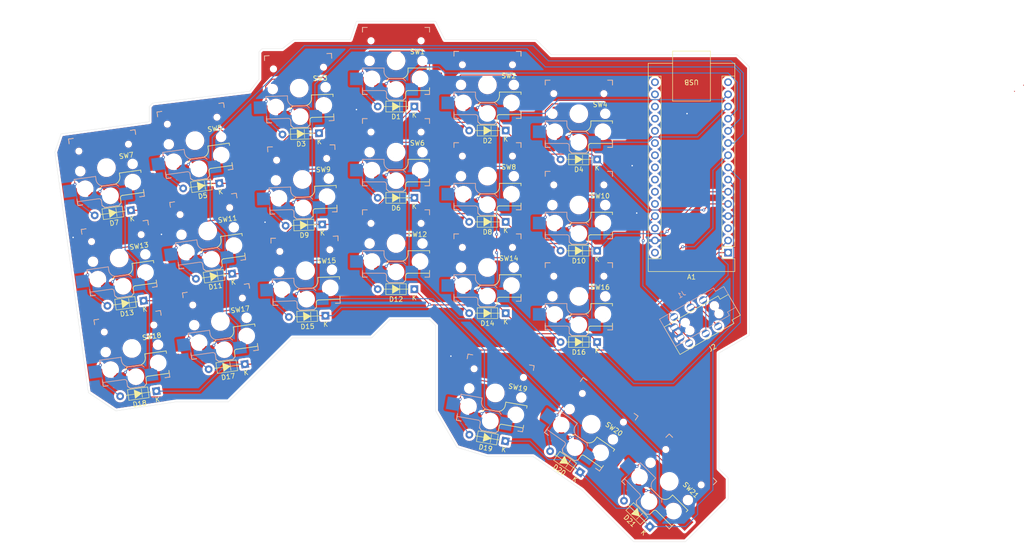
<source format=kicad_pcb>
(kicad_pcb (version 20241229) (generator "pcbnew") (generator_version "9.0")
  (layers (0 "F.Cu" signal) (2 "B.Cu" signal) (13 "F.Paste" user) (15 "B.Paste" user) (5 "F.SilkS" user "F.Silkscreen") (7 "B.SilkS" user "B.Silkscreen") (1 "F.Mask" user) (3 "B.Mask" user) (25 "Edge.Cuts" user))
  (net 0 "")
  (net 2 "TX")
  (net 6 "/Row3")
  (net 7 "/Col5")
  (net 8 "SCL")
  (net 10 "SDA")
  (net 11 "/Col1")
  (net 12 "/Col6")
  (net 14 "/Row2")
  (net 16 "/Col3")
  (net 17 "/Col2")
  (net 20 "/Col4")
  (net 21 "/Row4")
  (net 22 "+5V")
  (net 24 "/Row1")
  (net 25 "RX")
  (net 27 "VBUS")
  (net 28 "VCC")
  (net 29 "GND")
  (net 30 "Net-(D1-A)")
  (net 31 "Net-(D2-A)")
  (net 32 "Net-(D3-A)")
  (net 33 "Net-(D4-A)")
  (net 34 "Net-(D5-A)")
  (net 35 "Net-(D6-A)")
  (net 36 "Net-(D7-A)")
  (net 37 "Net-(D8-A)")
  (net 38 "Net-(D9-A)")
  (net 39 "Net-(D10-A)")
  (net 40 "Net-(D11-A)")
  (net 41 "Net-(D12-A)")
  (net 42 "Net-(D13-A)")
  (net 43 "Net-(D14-A)")
  (net 44 "Net-(D15-A)")
  (net 45 "Net-(D16-A)")
  (net 46 "Net-(D17-A)")
  (net 47 "Net-(D18-A)")
  (net 48 "Net-(D19-A)")
  (net 49 "Net-(D20-A)")
  (net 50 "Net-(D21-A)")
  (footprint "keyswitches:Kailh_socket_PG1350_reversible" (layer "F.Cu") (at 133.349999 68.178947)
    (property "Reference" "SW10")
    (property "Value" "KS33_SW_HS")
  )
  (footprint "PCM_Diode_THT_AKL:D_DO-35_SOD27_P7.62mm_Horizontal" (layer "F.Cu") (at 137.159999 58.653947 180)
    (property "Reference" "D4")
    (property "Value" "1N4148" (hide yes))
  )
  (footprint "PCM_Diode_THT_AKL:D_DO-35_SOD27_P7.62mm_Horizontal" (layer "F.Cu") (at 99.059999 66.675 180)
    (property "Reference" "D6")
    (property "Value" "1N4148" (hide yes))
  )
  (footprint "PCM_Diode_THT_AKL:D_DO-35_SOD27_P7.62mm_Horizontal" (layer "F.Cu") (at 45.290825 107.001102 -172)
    (property "Reference" "D18")
    (property "Value" "1N4148" (hide yes))
  )
  (footprint "PCM_Diode_THT_AKL:D_DO-35_SOD27_P7.62mm_Horizontal" (layer "F.Cu") (at 80.526656 91.261169 -178)
    (property "Reference" "D15")
    (property "Value" "1N4148" (hide yes))
  )
  (footprint "keyswitches:Kailh_socket_PG1350_reversible" (layer "F.Cu") (at 152.188959 125.835329 -45)
    (property "Reference" "SW21")
    (property "Value" "KS33_SW_HS")
  )
  (footprint "keyswitches:Kailh_socket_PG1350_reversible" (layer "F.Cu") (at 133.349999 49.128947)
    (property "Reference" "SW4")
    (property "Value" "KS33_SW_HS")
  )
  (footprint "PCM_Diode_THT_AKL:D_DO-35_SOD27_P7.62mm_Horizontal" (layer "F.Cu") (at 99.059999 85.725 180)
    (property "Reference" "D12")
    (property "Value" "1N4148" (hide yes))
  )
  (footprint "keyswitches:Kailh_socket_PG1350_reversible" (layer "F.Cu") (at 53.335773 54.739966 8)
    (property "Reference" "SW5")
    (property "Value" "KS33_SW_HS")
  )
  (footprint "keyswitches:Kailh_socket_PG1350_reversible" (layer "F.Cu") (at 95.249999 76.2)
    (property "Reference" "SW12")
    (property "Value" "KS33_SW_HS")
  )
  (footprint "keyswitches:Kailh_socket_PG1350_reversible" (layer "F.Cu") (at 95.249999 57.15)
    (property "Reference" "SW6")
    (property "Value" "KS33_SW_HS")
  )
  (footprint "PCM_Diode_THT_AKL:D_DO-35_SOD27_P7.62mm_Horizontal" (layer "F.Cu") (at 118.109999 52.638158 180)
    (property "Reference" "D2")
    (property "Value" "1N4148" (hide yes))
  )
  (footprint "keyswitches:Kailh_socket_PG1350_reversible" (layer "F.Cu") (at 115.931051 107.381442 -10)
    (property "Reference" "SW19")
    (property "Value" "KS33_SW_HS")
  )
  (footprint "PCM_Diode_THT_AKL:D_DO-35_SOD27_P7.62mm_Horizontal" (layer "F.Cu") (at 63.736813 101.371232 -172)
    (property "Reference" "D17")
    (property "Value" "1N4148" (hide yes))
  )
  (footprint "PCM_Diode_THT_AKL:D_DO-35_SOD27_P7.62mm_Horizontal" (layer "F.Cu") (at 79.861821 72.222774 -178)
    (property "Reference" "D9")
    (property "Value" "1N4148" (hide yes))
  )
  (footprint "PCM_Diode_THT_AKL:D_DO-35_SOD27_P7.62mm_Horizontal" (layer "F.Cu") (at 137.159999 96.753947 180)
    (property "Reference" "D16")
    (property "Value" "1N4148" (hide yes))
  )
  (footprint "keyswitches:Kailh_socket_PG1350_reversible" (layer "F.Cu") (at 114.299999 81.213158)
    (property "Reference" "SW14")
    (property "Value" "KS33_SW_HS")
  )
  (footprint "Module:Arduino_Nano" (layer "F.Cu") (at 164.455 78.105 180)
    (property "Reference" "A1")
    (property "Value" "Arduino_Nano_ESP32")
  )
  (footprint "keyswitches:Kailh_socket_PG1350_reversible" (layer "F.Cu") (at 133.349999 87.228947)
    (property "Reference" "SW16")
    (property "Value" "KS33_SW_HS")
  )
  (footprint "keyswitches:Kailh_socket_PG1350_reversible" (layer "F.Cu") (at 58.638268 92.469179 8)
    (property "Reference" "SW17")
    (property "Value" "KS33_SW_HS")
  )
  (footprint "keyswitches:Kailh_socket_PG1350_reversible" (layer "F.Cu") (at 75.721725 62.836544 2)
    (property "Reference" "SW9")
    (property "Value" "KS33_SW_HS")
  )
  (footprint "keyswitches:Kailh_socket_PG1350_reversible" (layer "F.Cu") (at 135.947926 113.918581 -35)
    (property "Reference" "SW20")
    (property "Value" "KS33_SW_HS")
  )
  (footprint "keyswitches:Kailh_socket_PG1350_reversible" (layer "F.Cu") (at 40.19228 98.099049 8)
    (property "Reference" "SW18")
    (property "Value" "KS33_SW_HS")
  )
  (footprint "keyswitches:Kailh_socket_PG1350_reversible" (layer "F.Cu") (at 75.05689 43.798149 2)
    (property "Reference" "SW3")
    (property "Value" "KS33_SW_HS")
  )
  (footprint "PCM_Diode_THT_AKL:D_DO-35_SOD27_P7.62mm_Horizontal" (layer "F.Cu") (at 42.639577 88.136495 -172)
    (property "Reference" "D13")
    (property "Value" "1N4148" (hide yes))
  )
  (footprint "keyswitches:Kailh_socket_PG1350_reversible" (layer "F.Cu") (at 55.987021 73.604572 8)
    (property "Reference" "SW11")
    (property "Value" "KS33_SW_HS")
  )
  (footprint "PJ-320A_Library:PJ-320A" (layer "F.Cu") (at 166.862691 90.898624 -150)
    (property "Reference" "J2")
    (property "Value" "AudioJack4")
  )
  (footprint "PCM_Diode_THT_AKL:D_DO-35_SOD27_P7.62mm_Horizontal" (layer "F.Cu") (at 79.196986 53.184379 -178)
    (property "Reference" "D3")
    (property "Value" "1N4148" (hide yes))
  )
  (footprint "PCM_Diode_THT_AKL:D_DO-35_SOD27_P7.62mm_Horizontal" (layer "F.Cu") (at 99.059999 47.625 180)
    (property "Reference" "D1")
    (property "Value" "1N4148" (hide yes))
  )
  (footprint "PCM_Diode_THT_AKL:D_DO-35_SOD27_P7.62mm_Horizontal" (layer "F.Cu") (at 137.159999 77.703947 180)
    (property "Reference" "D10")
    (property "Value" "1N4148" (hide yes))
  )
  (footprint "PCM_Diode_THT_AKL:D_DO-35_SOD27_P7.62mm_Horizontal" (layer "F.Cu") (at 39.98833 69.271888 -172)
    (property "Reference" "D7")
    (property "Value" "1N4148" (hide yes))
  )
  (footprint "keyswitches:Kailh_socket_PG1350_reversible" (layer "F.Cu") (at 34.889785 60.369835 8)
    (property "Reference" "SW7")
    (property "Value" "KS33_SW_HS")
  )
  (footprint "keyswitches:Kailh_socket_PG1350_reversible" (layer "F.Cu") (at 114.299999 62.163158)
    (property "Reference" "SW8")
    (property "Value" "KS33_SW_HS")
  )
  (footprint "keyswitches:Kailh_socket_PG1350_reversible" (layer "F.Cu") (at 37.541032 79.234442 8)
    (property "Reference" "SW13")
    (property "Value" "KS33_SW_HS")
  )
  (footprint "PCM_Diode_THT_AKL:D_DO-35_SOD27_P7.62mm_Horizontal" (layer "F.Cu") (at 133.60558 123.90633 145)
    (property "Reference" "D20")
    (property "Value" "1N4148" (hide yes))
  )
  (footprint "PCM_Diode_THT_AKL:D_DO-35_SOD27_P7.62mm_Horizontal" (layer "F.Cu") (at 118.109999 71.688158 180)
    (property "Reference" "D8")
    (property "Value" "1N4148" (hide yes))
  )
  (footprint "PCM_Diode_THT_AKL:D_DO-35_SOD27_P7.62mm_Horizontal" (layer "F.Cu") (at 118.029169 117.423335 170)
    (property "Reference" "D19")
    (property "Value" "1N4148" (hide yes))
  )
  (footprint "PCM_Diode_THT_AKL:D_DO-35_SOD27_P7.62mm_Horizontal" (layer "F.Cu") (at 61.085566 82.506625 -172)
    (property "Reference" "D11")
    (property "Value" "1N4148" (hide yes))
  )
  (footprint "PCM_Diode_THT_AKL:D_DO-35_SOD27_P7.62mm_Horizontal" (layer "F.Cu") (at 58.434318 63.642019 -172)
    (property "Reference" "D5")
    (property "Value" "1N4148" (hide yes))
  )
  (footprint "keyswitches:Kailh_socket_PG1350_reversible" (layer "F.Cu") (at 95.249999 38.1)
    (property "Reference" "SW1")
    (property "Value" "KS33_SW_HS")
  )
  (footprint "keyswitches:Kailh_socket_PG1350_reversible" (layer "F.Cu") (at 114.299999 43.113158)
    (property "Reference" "SW2")
    (property "Value" "KS33_SW_HS")
  )
  (footprint "PCM_Diode_THT_AKL:D_DO-35_SOD27_P7.62mm_Horizontal" (layer "F.Cu") (at 148.147844 135.264597 135)
    (property "Reference" "D21")
    (property "Value" "1N4148" (hide yes))
  )
  (footprint "PCM_Diode_THT_AKL:D_DO-35_SOD27_P7.62mm_Horizontal" (layer "F.Cu") (at 118.109999 90.738158 180)
    (property "Reference" "D14")
    (property "Value" "1N4148" (hide yes))
  )
  (footprint "keyswitches:Kailh_socket_PG1350_reversible" (layer "F.Cu") (at 76.38656 81.874939 2)
    (property "Reference" "SW15")
    (property "Value" "KS33_SW_HS")
  )
  (footprint "PJ-320A_Library:PJ-320A" (layer "B.Cu") (at 163.710191 85.438334 -150)
    (property "Reference" "J1")
    (property "Value" "AudioJack4")
  )
  (gr_curve (pts (xy 224.155 44.45) (xy 224.155 44.45) (xy 224.155 44.45) (xy 224.155 44.45)) (stroke (width 0.2)) (layer "F.Cu"))
  (gr_curve (pts (xy 226.06 43.18) (xy 226.06 43.18) (xy 226.06 43.18) (xy 226.06 43.18)) (stroke (width 0.2)) (layer "F.Cu"))
  (gr_line (start 49.53 109.22) (end 36.83 111.125) (stroke (width 0.05)) (layer "Edge.Cuts"))
  (gr_line (start 144.78 138.43) (end 133.985 127.635) (stroke (width 0.05)) (layer "Edge.Cuts"))
  (gr_line (start 86.995 29.845) (end 103.505 29.845) (stroke (width 0.05)) (layer "Edge.Cuts"))
  (gr_line (start 162.56 123.19) (end 162.56 99.06) (stroke (width 0.05)) (layer "Edge.Cuts"))
  (gr_line (start 43.815 50.8) (end 43.815 47.625) (stroke (width 0.05)) (layer "Edge.Cuts"))
  (gr_line (start 164.465 125.095) (end 162.56 123.19) (stroke (width 0.05)) (layer "Edge.Cuts"))
  (gr_line (start 103.505 93.345) (end 102.235 92.075) (stroke (width 0.05)) (layer "Edge.Cuts"))
  (gr_line (start 25.4 53.34) (end 43.815 50.8) (stroke (width 0.05)) (layer "Edge.Cuts"))
  (gr_line (start 164.465 129.54) (end 164.465 125.095) (stroke (width 0.05)) (layer "Edge.Cuts"))
  (gr_line (start 24.13 57.15) (end 25.4 53.34) (stroke (width 0.05)) (layer "Edge.Cuts"))
  (gr_line (start 105.41 33.655) (end 124.46 33.655) (stroke (width 0.05)) (layer "Edge.Cuts"))
  (gr_line (start 67.31 35.56) (end 71.516834 35.56) (stroke (width 0.05)) (layer "Edge.Cuts"))
  (gr_line (start 90.17 95.885) (end 73.66 95.885) (stroke (width 0.05)) (layer "Edge.Cuts"))
  (gr_line (start 85.725 33.655) (end 86.995 29.845) (stroke (width 0.05)) (layer "Edge.Cuts"))
  (gr_line (start 168.91 39.37) (end 168.91 95.352526) (stroke (width 0.05)) (layer "Edge.Cuts"))
  (gr_line (start 124.46 33.655) (end 127.635 36.83) (stroke (width 0.05)) (layer "Edge.Cuts"))
  (gr_line (start 49.53 109.22) (end 60.325 109.22) (stroke (width 0.05)) (layer "Edge.Cuts"))
  (gr_line (start 66.675 41.91) (end 66.675 36.195) (stroke (width 0.05)) (layer "Edge.Cuts"))
  (gr_line (start 103.505 111.125) (end 103.505 93.345) (stroke (width 0.05)) (layer "Edge.Cuts"))
  (gr_line (start 147.955 138.43) (end 144.78 138.43) (stroke (width 0.05)) (layer "Edge.Cuts"))
  (gr_line (start 155.575 138.43) (end 147.955 138.43) (stroke (width 0.05)) (layer "Edge.Cuts"))
  (gr_line (start 133.985 127.635) (end 123.825 120.65) (stroke (width 0.05)) (layer "Edge.Cuts"))
  (gr_line (start 107.95 118.745) (end 103.505 111.125) (stroke (width 0.05)) (layer "Edge.Cuts"))
  (gr_line (start 166.37 36.83) (end 168.91 39.37) (stroke (width 0.05)) (layer "Edge.Cuts"))
  (gr_line (start 114.3 120.65) (end 107.95 118.745) (stroke (width 0.05)) (layer "Edge.Cuts"))
  (gr_line (start 162.56 99.06) (end 168.91 95.352526) (stroke (width 0.05)) (layer "Edge.Cuts"))
  (gr_line (start 43.815 47.625) (end 44.45 46.912893) (stroke (width 0.05)) (layer "Edge.Cuts"))
  (gr_line (start 66.675 36.195) (end 67.31 35.56) (stroke (width 0.05)) (layer "Edge.Cuts"))
  (gr_line (start 102.235 92.075) (end 93.98 92.075) (stroke (width 0.05)) (layer "Edge.Cuts"))
  (gr_line (start 73.66 95.885) (end 60.325 109.22) (stroke (width 0.05)) (layer "Edge.Cuts"))
  (gr_line (start 123.825 120.65) (end 114.3 120.65) (stroke (width 0.05)) (layer "Edge.Cuts"))
  (gr_line (start 164.465 129.54) (end 155.575 138.43) (stroke (width 0.05)) (layer "Edge.Cuts"))
  (gr_line (start 36.83 111.125) (end 31.115 107.315) (stroke (width 0.05)) (layer "Edge.Cuts"))
  (gr_line (start 103.505 29.845) (end 105.41 33.655) (stroke (width 0.05)) (layer "Edge.Cuts"))
  (gr_line (start 71.516834 35.56) (end 73.9775 33.655) (stroke (width 0.05)) (layer "Edge.Cuts"))
  (gr_line (start 31.115 107.315) (end 24.13 57.15) (stroke (width 0.05)) (layer "Edge.Cuts"))
  (gr_line (start 93.98 92.075) (end 90.17 95.885) (stroke (width 0.05)) (layer "Edge.Cuts"))
  (gr_line (start 166.37 36.83) (end 127.635 36.83) (stroke (width 0.05)) (layer "Edge.Cuts"))
  (gr_line (start 64.732647 44.45) (end 66.675 41.91) (stroke (width 0.05)) (layer "Edge.Cuts"))
  (gr_line (start 73.9775 33.655) (end 85.725 33.655) (stroke (width 0.05)) (layer "Edge.Cuts"))
  (gr_line (start 64.732647 44.45) (end 44.45 46.912893) (stroke (width 0.05)) (layer "Edge.Cuts"))
  (segment (start 162.3688 78.105) (end 156.652084 83.821716) (width 0.2) (layer "F.Cu") (net 2))
  (segment (start 164.455 78.105) (end 162.3688 78.105) (width 0.2) (layer "F.Cu") (net 2))
  (segment (start 156.652084 83.821716) (end 156.652084 89.513334) (width 0.2) (layer "F.Cu") (net 2))
  (segment (start 156.652084 89.513334) (end 158.44237 89.513334) (width 0.2) (layer "F.Cu") (net 2))
  (segment (start 158.44237 89.513334) (end 162.40266 93.473624) (width 0.2) (layer "F.Cu") (net 2))
  (segment (start 135.435999 95.029947) (end 137.159999 96.753947) (width 0.2) (layer "F.Cu") (net 6))
  (segment (start 116.385999 89.014158) (end 118.109999 90.738158) (width 0.2) (layer "F.Cu") (net 6))
  (segment (start 102.349157 89.014158) (end 116.385999 89.014158) (width 0.2) (layer "F.Cu") (net 6))
  (segment (start 99.059999 85.725) (end 102.349157 89.014158) (width 0.2) (layer "F.Cu") (net 6))
  (segment (start 122.401788 95.029947) (end 135.435999 95.029947) (width 0.2) (layer "F.Cu") (net 6))
  (segment (start 64.998768 101.371232) (end 75.108831 91.261169) (width 0.2) (layer "F.Cu") (net 6))
  (segment (start 63.736813 101.371232) (end 64.998768 101.371232) (width 0.2) (layer "F.Cu") (net 6))
  (segment (start 118.109999 90.738158) (end 122.401788 95.029947) (width 0.2) (layer "F.Cu") (net 6))
  (segment (start 75.108831 91.261169) (end 80.526656 91.261169) (width 0.2) (layer "F.Cu") (net 6))
  (via (at 102.235 88.9) (size 0.6) (drill 0.3) (layers "F.Cu" "B.Cu") (net 6))
  (segment (start 101.6 89.535) (end 102.235 88.9) (width 0.2) (layer "B.Cu") (net 6))
  (segment (start 82.093831 91.261169) (end 83.82 89.535) (width 0.2) (layer "B.Cu") (net 6))
  (segment (start 153.035 105.41) (end 144.78 105.41) (width 0.2) (layer "B.Cu") (net 6))
  (segment (start 83.82 89.535) (end 101.6 89.535) (width 0.2) (layer "B.Cu") (net 6))
  (segment (start 137.159999 97.789999) (end 137.159999 96.753947) (width 0.2) (layer "B.Cu") (net 6))
  (segment (start 165.556 63.966) (end 165.556 92.889) (width 0.2) (layer "B.Cu") (net 6))
  (segment (start 144.78 105.41) (end 137.159999 97.789999) (width 0.2) (layer "B.Cu") (net 6))
  (segment (start 80.526656 91.261169) (end 82.093831 91.261169) (width 0.2) (layer "B.Cu") (net 6))
  (segment (start 164.455 62.865) (end 165.556 63.966) (width 0.2) (layer "B.Cu") (net 6))
  (segment (start 45.290825 107.001102) (end 54.288898 107.001102) (width 0.2) (layer "B.Cu") (net 6))
  (segment (start 54.288898 107.001102) (end 59.918768 101.371232) (width 0.2) (layer "B.Cu") (net 6))
  (segment (start 59.918768 101.371232) (end 63.736813 101.371232) (width 0.2) (layer "B.Cu") (net 6))
  (segment (start 165.556 92.889) (end 153.035 105.41) (width 0.2) (layer "B.Cu") (net 6))
  (segment (start 116.205 74.295) (end 116.205 78.105) (width 0.2) (layer "F.Cu") (net 7))
  (via (at 112.249789 85.951717) (size 0.6) (drill 0.3) (layers "F.Cu" "B.Cu") (net 7))
  (via (at 112.249789 47.851717) (size 0.6) (drill 0.3) (layers "F.Cu" "B.Cu") (net 7))
  (via (at 116.205 78.105) (size 0.6) (drill 0.3) (layers "F.Cu" "B.Cu") (net 7))
  (via (at 112.249789 66.901717) (size 0.6) (drill 0.3) (layers "F.Cu" "B.Cu") (net 7))
  (via (at 116.205 74.295) (size 0.6) (drill 0.3) (layers "F.Cu" "B.Cu") (net 7))
  (via (at 147.388574 127.736279) (size 0.6) (drill 0.3) (layers "F.Cu" "B.Cu") (net 7))
  (segment (start 117.574999 87.163158) (end 115.723999 85.312158) (width 0.2) (layer "B.Cu") (net 7))
  (segment (start 112.889348 85.312158) (end 112.249789 85.951717) (width 0.2) (layer "B.Cu") (net 7))
  (segment (start 126.216045 49.063158) (end 129.093203 46.186) (width 0.2) (layer "B.Cu") (net 7))
  (segment (start 116.84 49.798157) (end 116.84 67.378159) (width 0.2) (layer "B.Cu") (net 7))
  (segment (start 115.723999 66.262158) (end 112.889348 66.262158) (width 0.2) (layer "B.Cu") (net 7))
  (segment (start 117.574999 49.063158) (end 115.723999 47.212158) (width 0.2) (layer "B.Cu") (net 7))
  (segment (start 129.093203 46.186) (end 163.354 46.186) (width 0.2) (layer "B.Cu") (net 7))
  (segment (start 116.365499 84.670658) (end 115.723999 85.312158) (width 0.2) (layer "B.Cu") (net 7))
  (segment (start 116.365499 78.265499) (end 116.205 78.105) (width 0.2) (layer "B.Cu") (net 7))
  (segment (start 117.574999 68.113158) (end 115.723999 66.262158) (width 0.2) (layer "B.Cu") (net 7))
  (segment (start 150.123459 132.1844) (end 150.297448 132.358389) (width 0.2) (layer "B.Cu") (net 7))
  (segment (start 116.84 67.378159) (end 117.574999 68.113158) (width 0.2) (layer "B.Cu") (net 7))
  (segment (start 116.365499 84.670658) (end 116.365499 78.265499) (width 0.2) (layer "B.Cu") (net 7))
  (segment (start 115.723999 47.212158) (end 112.889348 47.212158) (width 0.2) (layer "B.Cu") (net 7))
  (segment (start 116.205 69.483157) (end 116.205 74.295) (width 0.2) (layer "B.Cu") (net 7))
  (segment (start 150.297448 132.358389) (end 150.297448 129.74068) (width 0.2) (layer "B.Cu") (net 7))
  (segment (start 150.297448 129.74068) (end 148.293047 127.736279) (width 0.2) (layer "B.Cu") (net 7))
  (segment (start 148.293047 127.736279) (end 147.388574 127.736279) (width 0.2) (layer "B.Cu") (net 7))
  (segment (start 112.889348 66.262158) (end 112.249789 66.901717) (width 0.2) (layer "B.Cu") (net 7))
  (segment (start 117.574999 87.163158) (end 150.123459 119.711618) (width 0.2) (layer "B.Cu") (net 7))
  (segment (start 117.574999 49.063158) (end 126.216045 49.063158) (width 0.2) (layer "B.Cu") (net 7))
  (segment (start 150.123459 119.711618) (end 150.123459 132.1844) (width 0.2) (layer "B.Cu") (net 7))
  (segment (start 117.574999 68.113158) (end 116.205 69.483157) (width 0.2) (layer "B.Cu") (net 7))
  (segment (start 112.889348 47.212158) (end 112.249789 47.851717) (width 0.2) (layer "B.Cu") (net 7))
  (segment (start 163.354 46.186) (end 164.455 45.085) (width 0.2) (layer "B.Cu") (net 7))
  (segment (start 117.574999 49.063158) (end 116.84 49.798157) (width 0.2) (layer "B.Cu") (net 7))
  (segment (start 115.723999 85.312158) (end 112.889348 85.312158) (width 0.2) (layer "B.Cu") (net 7))
  (segment (start 89.535 94.615) (end 93.345 90.805) (width 0.2) (layer "F.Cu") (net 11))
  (segment (start 37.777232 104.446936) (end 41.535951 108.205655) (width 0.2) (layer "F.Cu") (net 11))
  (segment (start 151.247 87.513) (end 151.247 80.528) (width 0.2) (layer "F.Cu") (net 11))
  (segment (start 140.335 98.425) (end 151.247 87.513) (width 0.2) (layer "F.Cu") (net 11))
  (segment (start 93.345 90.805) (end 104.14 90.805) (width 0.2) (layer "F.Cu") (net 11))
  (segment (start 104.14 90.805) (end 111.76 98.425) (width 0.2) (layer "F.Cu") (net 11))
  (segment (start 73.66 94.615) (end 89.535 94.615) (width 0.2) (layer "F.Cu") (net 11))
  (segment (start 151.247 80.528) (end 154.94 76.835) (width 0.2) (layer "F.Cu") (net 11))
  (segment (start 60.069345 108.205655) (end 73.66 94.615) (width 0.2) (layer "F.Cu") (net 11))
  (segment (start 41.535951 108.205655) (end 60.069345 108.205655) (width 0.2) (layer "F.Cu") (net 11))
  (segment (start 111.76 98.425) (end 140.335 98.425) (width 0.2) (layer "F.Cu") (net 11))
  (via (at 36.170254 84.21222) (size 0.6) (drill 0.3) (layers "F.Cu" "B.Cu") (net 11))
  (via (at 33.519007 65.347613) (size 0.6) (drill 0.3) (layers "F.Cu" "B.Cu") (net 11))
  (via (at 38.821502 103.076827) (size 0.6) (drill 0.3) (layers "F.Cu" "B.Cu") (net 11))
  (via (at 155.008 76.869601) (size 0.6) (drill 0.3) (layers "F.Cu" "B.Cu") (net 11))
  (segment (start 39.365828 102.354482) (end 38.821502 103.076827) (width 0.2) (layer "B.Cu") (net 11))
  (segment (start 43.814519 100.34998) (end 43.814519 103.086383) (width 0.2) (layer "B.Cu") (net 11))
  (segment (start 38.960993 65.806138) (end 38.783777 65.983354) (width 0.2) (layer "B.Cu") (net 11))
  (segment (start 41.163271 79.898271) (end 41.163271 84.221776) (width 0.2) (layer "B.Cu") (net 11))
  (segment (start 157.445399 76.869601) (end 161.29 73.025) (width 0.2) (layer "B.Cu") (net 11))
  (segment (start 38.783777 77.518777) (end 41.163271 79.898271) (width 0.2) (layer "B.Cu") (net 11))
  (segment (start 34.063333 64.625268) (end 33.519007 65.347613) (width 0.2) (layer "B.Cu") (net 11))
  (segment (start 43.84413 100.320369) (end 43.814519 100.34998) (width 0.2) (layer "B.Cu") (net 11))
  (segment (start 161.29 60.95) (end 164.455 57.785) (width 0.2) (layer "B.Cu") (net 11))
  (segment (start 38.783777 65.983354) (end 38.783777 77.518777) (width 0.2) (layer "B.Cu") (net 11))
  (segment (start 41.61224 84.670745) (end 43.84413 86.902635) (width 0.2) (layer "B.Cu") (net 11))
  (segment (start 41.61224 84.670745) (end 39.521644 83.095368) (width 0.2) (layer "B.Cu") (net 11))
  (segment (start 43.814519 103.086383) (end 44.263488 103.535352) (width 0.2) (layer "B.Cu") (net 11))
  (segment (start 155.008 76.869601) (end 157.445399 76.869601) (width 0.2) (layer "B.Cu") (net 11))
  (segment (start 36.71458 83.489875) (end 36.170254 84.21222) (width 0.2) (layer "B.Cu") (net 11))
  (segment (start 36.870397 64.230761) (end 34.063333 64.625268) (width 0.2) (layer "B.Cu") (net 11))
  (segment (start 44.263488 103.535352) (end 42.172892 101.959975) (width 0.2) (layer "B.Cu") (net 11))
  (segment (start 161.29 73.025) (end 161.29 60.95) (width 0.2) (layer "B.Cu") (net 11))
  (segment (start 41.163271 84.221776) (end 41.61224 84.670745) (width 0.2) (layer "B.Cu") (net 11))
  (segment (start 42.172892 101.959975) (end 39.365828 102.354482) (width 0.2) (layer "B.Cu") (net 11))
  (segment (start 43.84413 86.902635) (end 43.84413 100.320369) (width 0.2) (layer "B.Cu") (net 11))
  (segment (start 39.521644 83.095368) (end 36.71458 83.489875) (width 0.2) (layer "B.Cu") (net 11))
  (segment (start 38.960993 65.806138) (end 36.870397 64.230761) (width 0.2) (layer "B.Cu") (net 11))
  (via (at 131.299789 91.967506) (size 0.6) (drill 0.3) (layers "F.Cu" "B.Cu") (net 12))
  (via (at 131.299789 53.867506) (size 0.6) (drill 0.3) (layers "F.Cu" "B.Cu") (net 12))
  (via (at 131.299789 72.917506) (size 0.6) (drill 0.3) (layers "F.Cu" "B.Cu") (net 12))
  (segment (start 136.624999 55.078947) (end 147.824003 55.078947) (width 0.2) (layer "B.Cu") (net 12))
  (segment (start 136.058999 92.612947) (end 136.624999 93.178947) (width 0.2) (layer "B.Cu") (net 12))
  (segment (start 148.92795 53.975) (end 158.105 53.975) (width 0.2) (layer "B.Cu") (net 12))
  (segment (start 136.058999 74.694947) (end 136.058999 92.612947) (width 0.2) (layer "B.Cu") (net 12))
  (segment (start 136.624999 93.178947) (end 134.773999 91.327947) (width 0.2) (layer "B.Cu") (net 12))
  (segment (start 136.058999 73.562947) (end 136.624999 74.128947) (width 0.2) (layer "B.Cu") (net 12))
  (segment (start 136.624999 55.078947) (end 134.773999 53.227947) (width 0.2) (layer "B.Cu") (net 12))
  (segment (start 136.624999 74.128947) (end 136.058999 74.694947) (width 0.2) (layer "B.Cu") (net 12))
  (segment (start 136.058999 55.644947) (end 136.058999 73.562947) (width 0.2) (layer "B.Cu") (net 12))
  (segment (start 134.773999 72.277947) (end 131.939348 72.277947) (width 0.2) (layer "B.Cu") (net 12))
  (segment (start 131.939348 53.227947) (end 131.299789 53.867506) (width 0.2) (layer "B.Cu") (net 12))
  (segment (start 136.624999 55.078947) (end 136.058999 55.644947) (width 0.2) (layer "B.Cu") (net 12))
  (segment (start 158.105 53.975) (end 164.455 47.625) (width 0.2) (layer "B.Cu") (net 12))
  (segment (start 134.773999 91.327947) (end 131.939348 91.327947) (width 0.2) (layer "B.Cu") (net 12))
  (segment (start 147.824003 55.078947) (end 148.92795 53.975) (width 0.2) (layer "B.Cu") (net 12))
  (segment (start 136.624999 74.128947) (end 134.773999 72.277947) (width 0.2) (layer "B.Cu") (net 12))
  (segment (start 131.939348 91.327947) (end 131.299789 91.967506) (width 0.2) (layer "B.Cu") (net 12))
  (segment (start 134.773999 53.227947) (end 131.939348 53.227947) (width 0.2) (layer "B.Cu") (net 12))
  (segment (start 131.939348 72.277947) (end 131.299789 72.917506) (width 0.2) (layer "B.Cu") (net 12))
  (segment (start 99.059999 66.675) (end 102.349157 69.964158) (width 0.2) (layer "F.Cu") (net 14))
  (segment (start 74.069447 72.222774) (end 79.861821 72.222774) (width 0.2) (layer "F.Cu") (net 14))
  (segment (start 92.997049 66.675) (end 99.059999 66.675) (width 0.2) (layer "F.Cu") (net 14))
  (segment (start 87.449275 72.222774) (end 92.997049 66.675) (width 0.2) (layer "F.Cu") (net 14))
  (segment (start 56.558375 82.506625) (end 61.085566 82.506625) (width 0.2) (layer "F.Cu") (net 14))
  (segment (start 135.656052 76.2) (end 137.159999 77.703947) (width 0.2) (layer "F.Cu") (net 14))
  (segment (start 118.109999 71.688158) (end 122.621841 76.2) (width 0.2) (layer "F.Cu") (net 14))
  (segment (start 160.02 65.405) (end 151.765 73.66) (width 0.2) (layer "F.Cu") (net 14))
  (segment (start 122.621841 76.2) (end 135.656052 76.2) (width 0.2) (layer "F.Cu") (net 14))
  (segment (start 50.928505 88.136495) (end 56.558375 82.506625) (width 0.2) (layer "F.Cu") (net 14))
  (segment (start 102.349157 69.964158) (end 116.385999 69.964158) (width 0.2) (layer "F.Cu") (net 14))
  (segment (start 79.861821 72.222774) (end 87.449275 72.222774) (width 0.2) (layer "F.Cu") (net 14))
  (segment (start 61.085566 82.506625) (end 63.785596 82.506625) (width 0.2) (layer "F.Cu") (net 14))
  (segment (start 63.785596 82.506625) (end 74.069447 72.222774) (width 0.2) (layer "F.Cu") (net 14))
  (segment (start 116.385999 69.964158) (end 118.109999 71.688158) (width 0.2) (layer "F.Cu") (net 14))
  (segment (start 42.639577 88.136495) (end 50.928505 88.136495) (width 0.2) (layer "F.Cu") (net 14))
  (segment (start 164.455 65.405) (end 160.02 65.405) (width 0.2) (layer "F.Cu") (net 14))
  (via (at 151.765 73.66) (size 0.6) (drill 0.3) (layers "F.Cu" "B.Cu") (net 14))
  (segment (start 137.159999 77.703947) (end 140.737946 74.126) (width 0.2) (layer "B.Cu") (net 14))
  (segment (start 151.299 74.126) (end 151.765 73.66) (width 0.2) (layer "B.Cu") (net 14))
  (segment (start 140.737946 74.126) (end 151.299 74.126) (width 0.2) (layer "B.Cu") (net 14))
  (via (at 73.838137 67.643768) (size 0.6) (drill 0.3) (layers "F.Cu" "B.Cu") (net 16))
  (via (at 113.089146 111.691996) (size 0.6) (drill 0.3) (layers "F.Cu" "B.Cu") (net 16))
  (via (at 73.173302 48.605373) (size 0.6) (drill 0.3) (layers "F.Cu" "B.Cu") (net 16))
  (via (at 74.502972 86.682163) (size 0.6) (drill 0.3) (layers "F.Cu" "B.Cu") (net 16))
  (segment (start 77.287911 66.88335) (end 74.454986 66.982278) (width 0.2) (layer "B.Cu") (net 16))
  (segment (start 76.623076 47.844955) (end 73.790151 47.943883) (width 0.2) (layer "B.Cu") (net 16))
  (segment (start 85.725 35.56) (end 122.555 35.56) (width 0.2) (layer "B.Cu") (net 16))
  (segment (start 79.867217 87.707019) (end 77.952746 85.921745) (width 0.2) (layer "B.Cu") (net 16))
  (segment (start 78.333717 49.426399) (end 78.333717 42.951283) (width 0.2) (layer "B.Cu") (net 16))
  (segment (start 122.555 35.56) (end 126.365 39.37) (width 0.2) (layer "B.Cu") (net 16))
  (segment (start 78.537547 49.630229) (end 78.333717 49.426399) (width 0.2) (layer "B.Cu") (net 16))
  (segment (start 78.333717 42.951283) (end 85.725 35.56) (width 0.2) (layer "B.Cu") (net 16))
  (segment (start 79.867217 87.707019) (end 102.947019 87.707019) (width 0.2) (layer "B.Cu") (net 16))
  (segment (start 167.005 40.64) (end 167.005 50.155) (width 0.2) (layer "B.Cu") (net 16))
  (segment (start 118.12309 113.809746) (end 116.621633 111.665444) (width 0.2) (layer "B.Cu") (net 16))
  (segment (start 74.454986 66.982278) (end 73.838137 67.643768) (width 0.2) (layer "B.Cu") (net 16))
  (segment (start 165.735 39.37) (end 167.005 40.64) (width 0.2) (layer "B.Cu") (net 16))
  (segment (start 114.935 111.368045) (end 113.830047 111.173212) (width 0.2) (layer "B.Cu") (net 16))
  (segment (start 77.787225 50.380551) (end 77.787225 66.384036) (width 0.2) (layer "B.Cu") (net 16))
  (segment (start 78.733389 69.137617) (end 78.733389 85.141102) (width 0.2) (layer "B.Cu") (net 16))
  (segment (start 77.787225 66.384036) (end 77.287911 66.88335) (width 0.2) (layer "B.Cu") (net 16))
  (segment (start 78.537547 49.630229) (end 77.787225 50.380551) (width 0.2) (layer "B.Cu") (net 16))
  (segment (start 116.621633 111.665444) (end 114.935 111.368045) (width 0.2) (layer "B.Cu") (net 16))
  (segment (start 126.365 39.37) (end 165.735 39.37) (width 0.2) (layer "B.Cu") (net 16))
  (segment (start 77.952746 85.921745) (end 75.119821 86.020673) (width 0.2) (layer "B.Cu") (net 16))
  (segment (start 102.947019 87.707019) (end 113.665 98.425) (width 0.2) (layer "B.Cu") (net 16))
  (segment (start 73.790151 47.943883) (end 73.173302 48.605373) (width 0.2) (layer "B.Cu") (net 16))
  (segment (start 79.202382 68.668624) (end 78.733389 69.137617) (width 0.2) (layer "B.Cu") (net 16))
  (segment (start 75.119821 86.020673) (end 74.502972 86.682163) (width 0.2) (layer "B.Cu") (net 16))
  (segment (start 78.537547 49.630229) (end 76.623076 47.844955) (width 0.2) (layer "B.Cu") (net 16))
  (segment (start 113.665 98.425) (end 113.665 110.098045) (width 0.2) (layer "B.Cu") (net 16))
  (segment (start 79.202382 68.668624) (end 77.287911 66.88335) (width 0.2) (layer "B.Cu") (net 16))
  (segment (start 113.830047 111.173212) (end 113.089146 111.691996) (width 0.2) (layer "B.Cu") (net 16))
  (segment (start 113.665 110.098045) (end 114.935 111.368045) (width 0.2) (layer "B.Cu") (net 16))
  (segment (start 167.005 50.155) (end 164.455 52.705) (width 0.2) (layer "B.Cu") (net 16))
  (segment (start 78.733389 85.141102) (end 77.952746 85.921745) (width 0.2) (layer "B.Cu") (net 16))
  (via (at 51.964995 59.717744) (size 0.6) (drill 0.3) (layers "F.Cu" "B.Cu") (net 17))
  (via (at 54.616243 78.58235) (size 0.6) (drill 0.3) (layers "F.Cu" "B.Cu") (net 17))
  (via (at 57.26749 97.446957) (size 0.6) (drill 0.3) (layers "F.Cu" "B.Cu") (net 17))
  (segment (start 123.825 34.925) (end 127 38.1) (width 0.2) (layer "B.Cu") (net 17))
  (segment (start 52.509321 58.995399) (end 51.964995 59.717744) (width 0.2) (layer "B.Cu") (net 17))
  (segment (start 167.64 53.34) (end 165.735 55.245) (width 0.2) (layer "B.Cu") (net 17))
  (segment (start 56.958012 59.7273) (end 56.958012 54.099006) (width 0.2) (layer "B.Cu") (net 17))
  (segment (start 62.260507 93.17036) (end 62.260507 97.456513) (width 0.2) (layer "B.Cu") (net 17))
  (segment (start 59.881013 90.790866) (end 62.260507 93.17036) (width 0.2) (layer "B.Cu") (net 17))
  (segment (start 60.058229 79.040875) (end 59.881013 79.218091) (width 0.2) (layer "B.Cu") (net 17))
  (segment (start 60.058229 79.040875) (end 57.967633 77.465498) (width 0.2) (layer "B.Cu") (net 17))
  (segment (start 56.958012 54.099006) (end 76.132018 34.925) (width 0.2) (layer "B.Cu") (net 17))
  (segment (start 57.406981 60.176269) (end 56.515 61.06825) (width 0.2) (layer "B.Cu") (net 17))
  (segment (start 62.260507 97.456513) (end 62.709476 97.905482) (width 0.2) (layer "B.Cu") (net 17))
  (segment (start 62.709476 97.905482) (end 60.61888 96.330105) (width 0.2) (layer "B.Cu") (net 17))
  (segment (start 167.64 40.64) (end 167.64 53.34) (width 0.2) (layer "B.Cu") (net 17))
  (segment (start 165.735 55.245) (end 164.455 55.245) (width 0.2) (layer "B.Cu") (net 17))
  (segment (start 57.811816 96.724612) (end 57.26749 97.446957) (width 0.2) (layer "B.Cu") (net 17))
  (segment (start 76.132018 34.925) (end 123.825 34.925) (width 0.2) (layer "B.Cu") (net 17))
  (segment (start 60.61888 96.330105) (end 57.811816 96.724612) (width 0.2) (layer "B.Cu") (net 17))
  (segment (start 165.1 38.1) (end 167.64 40.64) (width 0.2) (layer "B.Cu") (net 17))
  (segment (start 59.60926 74.305753) (end 59.60926 78.591906) (width 0.2) (layer "B.Cu") (net 17))
  (segment (start 55.160569 77.860005) (end 54.616243 78.58235) (width 0.2) (layer "B.Cu") (net 17))
  (segment (start 55.316385 58.600892) (end 52.509321 58.995399) (width 0.2) (layer "B.Cu") (net 17))
  (segment (start 56.515 71.211493) (end 59.60926 74.305753) (width 0.2) (layer "B.Cu") (net 17))
  (segment (start 57.406981 60.176269) (end 56.958012 59.7273) (width 0.2) (layer "B.Cu") (net 17))
  (segment (start 57.967633 77.465498) (end 55.160569 77.860005) (width 0.2) (layer "B.Cu") (net 17))
  (segment (start 57.406981 60.176269) (end 55.316385 58.600892) (width 0.2) (layer "B.Cu") (net 17))
  (segment (start 127 38.1) (end 165.1 38.1) (width 0.2) (layer "B.Cu") (net 17))
  (segment (start 59.60926 78.591906) (end 60.058229 79.040875) (width 0.2) (layer "B.Cu") (net 17))
  (segment (start 59.881013 79.218091) (end 59.881013 90.790866) (width 0.2) (layer "B.Cu") (net 17))
  (segment (start 56.515 61.06825) (end 56.515 71.211493) (width 0.2) (layer "B.Cu") (net 17))
  (via (at 131.550567 116.624229) (size 0.6) (drill 0.3) (layers "F.Cu" "B.Cu") (net 20))
  (via (at 93.199789 80.938559) (size 0.6) (drill 0.3) (layers "F.Cu" "B.Cu") (net 20))
  (via (at 93.199789 42.838559) (size 0.6) (drill 0.3) (layers "F.Cu" "B.Cu") (net 20))
  (via (at 93.199789 61.888559) (size 0.6) (drill 0.3) (layers "F.Cu" "B.Cu") (net 20))
  (segment (start 98.524999 44.05) (end 97.315499 45.2595) (width 0.2) (layer "B.Cu") (net 20))
  (segment (start 98.524999 44.05) (end 98.398999 43.924) (width 0.2) (layer "B.Cu") (net 20))
  (segment (start 133.195049 114.216113) (end 133.195049 116.994951) (width 0.2) (layer "B.Cu") (net 20))
  (segment (start 98.398999 43.924) (end 98.398999 41.083291) (width 0.2) (layer "B.Cu") (net 20))
  (segment (start 98.524999 82.15) (end 96.673999 80.299) (width 0.2) (layer "B.Cu") (net 20))
  (segment (start 93.839348 42.199) (end 93.199789 42.838559) (width 0.2) (layer "B.Cu") (net 20))
  (segment (start 104.14 39.37) (end 105.41 40.64) (width 0.2) (layer "B.Cu") (net 20))
  (segment (start 96.673999 42.199) (end 93.839348 42.199) (width 0.2) (layer "B.Cu") (net 20))
  (segment (start 93.839348 61.249) (end 93.199789 61.888559) (width 0.2) (layer "B.Cu") (net 20))
  (segment (start 97.958999 63.666) (end 97.958999 81.584) (width 0.2) (layer "B.Cu") (net 20))
  (segment (start 96.673999 61.249) (end 93.839348 61.249) (width 0.2) (layer "B.Cu") (net 20))
  (segment (start 97.958999 81.584) (end 98.524999 82.15) (width 0.2) (layer "B.Cu") (net 20))
  (segment (start 98.524999 63.1) (end 96.673999 61.249) (width 0.2) (layer "B.Cu") (net 20))
  (segment (start 93.839348 80.299) (end 93.199789 80.938559) (width 0.2) (layer "B.Cu") (net 20))
  (segment (start 166.37 42.545) (end 166.37 48.25) (width 0.2) (layer "B.Cu") (net 20))
  (segment (start 96.673999 80.299) (end 93.839348 80.299) (width 0.2) (layer "B.Cu") (net 20))
  (segment (start 97.315499 60.6075) (end 96.673999 61.249) (width 0.2) (layer "B.Cu") (net 20))
  (segment (start 132.441299 116.467169) (end 131.550567 116.624229) (width 0.2) (layer "B.Cu") (net 20))
  (segment (start 108.280998 91.905999) (end 110.884935 91.905999) (width 0.2) (layer "B.Cu") (net 20))
  (segment (start 98.524999 63.1) (end 97.958999 63.666) (width 0.2) (layer "B.Cu") (net 20))
  (segment (start 105.41 40.64) (end 164.465 40.64) (width 0.2) (layer "B.Cu") (net 20))
  (segment (start 110.884935 91.905999) (end 133.195049 114.216113) (width 0.2) (layer "B.Cu") (net 20))
  (segment (start 100.11229 39.37) (end 104.14 39.37) (width 0.2) (layer "B.Cu") (net 20))
  (segment (start 134.763309 118.093058) (end 133.195049 116.994951) (width 0.2) (layer "B.Cu") (net 20))
  (segment (start 133.195049 116.994951) (end 132.441299 116.467169) (width 0.2) (layer "B.Cu") (net 20))
  (segment (start 166.37 48.25) (end 164.455 50.165) (width 0.2) (layer "B.Cu") (net 20))
  (segment (start 164.465 40.64) (end 166.37 42.545) (width 0.2) (layer "B.Cu") (net 20))
  (segment (start 135.217869 120.670998) (end 134.763309 118.093058) (width 0.2) (layer "B.Cu") (net 20))
  (segment (start 98.524999 82.15) (end 108.280998 91.905999) (width 0.2) (layer "B.Cu") (net 20))
  (segment (start 98.398999 41.083291) (end 100.11229 39.37) (width 0.2) (layer "B.Cu") (net 20))
  (segment (start 97.315499 45.2595) (end 97.315499 60.6075) (width 0.2) (layer "B.Cu") (net 20))
  (segment (start 98.524999 44.05) (end 96.673999 42.199) (width 0.2) (layer "B.Cu") (net 20))
  (segment (start 133.60558 123.90633) (end 141.14425 131.445) (width 0.2) (layer "B.Cu") (net 21))
  (segment (start 158.115 132.715) (end 158.115 130.81) (width 0.2) (layer "B.Cu") (net 21))
  (segment (start 127 121.285) (end 130.98425 121.285) (width 0.2) (layer "B.Cu") (net 21))
  (segment (start 141.14425 131.445) (end 144.328247 131.445) (width 0.2) (layer "B.Cu") (net 21))
  (segment (start 161.29 98.425) (end 167.005 92.71) (width 0.2) (layer "B.Cu") (net 21))
  (segment (start 161.29 127.635) (end 161.29 98.425) (width 0.2) (layer "B.Cu") (net 21))
  (segment (start 158.115 130.81) (end 161.29 127.635) (width 0.2) (layer "B.Cu") (net 21))
  (segment (start 130.98425 121.285) (end 133.60558 123.90633) (width 0.2) (layer "B.Cu") (net 21))
  (segment (start 167.005 62.865) (end 166.995 62.865) (width 0.2) (layer "B.Cu") (net 21))
  (segment (start 123.138335 117.423335) (end 127 121.285) (width 0.2) (layer "B.Cu") (net 21))
  (segment (start 118.029169 117.423335) (end 123.138335 117.423335) (width 0.2) (layer "B.Cu") (net 21))
  (segment (start 166.995 62.865) (end 164.455 60.325) (width 0.2) (layer "B.Cu") (net 21))
  (segment (start 144.328247 131.445) (end 148.147844 135.264597) (width 0.2) (layer "B.Cu") (net 21))
  (segment (start 155.565403 135.264597) (end 158.115 132.715) (width 0.2) (layer "B.Cu") (net 21))
  (segment (start 167.005 92.71) (end 167.005 62.865) (width 0.2) (layer "B.Cu") (net 21))
  (segment (start 148.147844 135.264597) (end 155.565403 135.264597) (width 0.2) (layer "B.Cu") (net 21))
  (segment (start 136.058999 57.552947) (end 137.159999 58.653947) (width 0.2) (layer "F.Cu") (net 24))
  (segment (start 80.277665 52.1037) (end 94.581299 52.1037) (width 0.2) (layer "F.Cu") (net 24))
  (segment (start 99.059999 47.625) (end 102.349157 50.914158) (width 0.2) (layer "F.Cu") (net 24))
  (segment (start 79.196986 53.184379) (end 80.277665 52.1037) (width 0.2) (layer "F.Cu") (net 24))
  (segment (start 159.385 69.215) (end 160.655 67.945) (width 0.2) (layer "F.Cu") (net 24))
  (segment (start 39.98833 69.271888) (end 48.203112 69.271888) (width 0.2) (layer "F.Cu") (net 24))
  (segment (start 53.832981 63.642019) (end 58.434318 63.642019) (width 0.2) (layer "F.Cu") (net 24))
  (segment (start 118.109999 52.638158) (end 123.024788 57.552947) (width 0.2) (layer "F.Cu") (net 24))
  (segment (start 62.946972 63.642019) (end 73.404612 53.184379) (width 0.2) (layer "F.Cu") (net 24))
  (segment (start 116.385999 50.914158) (end 118.109999 52.638158) (width 0.2) (layer "F.Cu") (net 24))
  (segment (start 102.349157 50.914158) (end 116.385999 50.914158) (width 0.2) (layer "F.Cu") (net 24))
  (segment (start 73.404612 53.184379) (end 79.196986 53.184379) (width 0.2) (layer "F.Cu") (net 24))
  (segment (start 94.581299 52.1037) (end 99.059999 47.625) (width 0.2) (layer "F.Cu") (net 24))
  (segment (start 123.024788 57.552947) (end 136.058999 57.552947) (width 0.2) (layer "F.Cu") (net 24))
  (segment (start 160.655 67.945) (end 164.455 67.945) (width 0.2) (layer "F.Cu") (net 24))
  (segment (start 58.434318 63.642019) (end 62.946972 63.642019) (width 0.2) (layer "F.Cu") (net 24))
  (segment (start 48.203112 69.271888) (end 53.832981 63.642019) (width 0.2) (layer "F.Cu") (net 24))
  (via (at 159.385 69.215) (size 0.6) (drill 0.3) (layers "F.Cu" "B.Cu") (net 24))
  (segment (start 147.721052 69.215) (end 159.385 69.215) (width 0.2) (layer "B.Cu") (net 24))
  (segment (start 137.159999 58.653947) (end 147.721052 69.215) (width 0.2) (layer "B.Cu") (net 24))
  (segment (start 159.804584 88.567758) (end 159.25016 88.013334) (width 0.2) (layer "B.Cu") (net 25))
  (segment (start 162.56 78.74) (end 162.56 77.46) (width 0.2) (layer "B.Cu") (net 25))
  (segment (start 159.804584 94.973624) (end 159.804584 88.567758) (width 0.2) (layer "B.Cu") (net 25))
  (segment (start 164.465 80.645) (end 162.56 78.74) (width 0.2) (layer "B.Cu") (net 25))
  (segment (start 159.25016 88.013334) (end 164.465 82.798494) (width 0.2) (layer "B.Cu") (net 25))
  (segment (start 162.56 77.46) (end 164.455 75.565) (width 0.2) (layer "B.Cu") (net 25))
  (segment (start 164.465 82.798494) (end 164.465 80.645) (width 0.2) (layer "B.Cu") (net 25))
  (segment (start 156.340482 96.015482) (end 154.375457 94.050457) (width 0.2) (layer "F.Cu") (net 27))
  (segment (start 149.215 70.485) (end 146.778219 72.921781) (width 0.2) (layer "F.Cu") (net 27))
  (segment (start 156.340482 96.973624) (end 156.340482 96.015482) (width 0.2) (layer "F.Cu") (net 27))
  (segment (start 154.375457 92.700809) (end 153.187982 91.513334) (width 0.2) (layer "F.Cu") (net 27))
  (segment (start 154.375457 94.050457) (end 154.375457 92.700809) (width 0.2) (layer "F.Cu") (net 27))
  (segment (start 146.778219 72.921781) (end 146.778219 75.604149) (width 0.2) (layer "F.Cu") (net 27))
  (via (at 146.778219 75.604149) (size 0.6) (drill 0.3) (layers "F.Cu" "B.Cu") (net 27))
  (segment (start 153.187982 91.513334) (end 146.685 85.010352) (width 0.2) (layer "B.Cu") (net 27))
  (segment (start 146.685 85.010352) (end 146.685 75.565) (width 0.2) (layer "B.Cu") (net 27))
  (segment (start 155.609 74.964) (end 155.575 74.93) (width 0.2) (layer "F.Cu") (net 29))
  (segment (start 154.9795 74.8905) (end 154.305 75.565) (width 0.2) (layer "F.Cu") (net 29))
  (segment (start 155.5355 74.8905) (end 154.9795 74.8905) (width 0.2) (layer "F.Cu") (net 29))
  (segment (start 160.02 70.485) (end 155.575 74.93) (width 0.2) (layer "F.Cu") (net 29))
  (segment (start 152.4 89.535) (end 152.4 84.3223) (width 0.2) (layer "F.Cu") (net 29))
  (segment (start 155.575 74.93) (end 155.5355 74.8905) (width 0.2) (layer "F.Cu") (net 29))
  (segment (start 154.521957 95.823846) (end 153.274457 94.576346) (width 0.2) (layer "F.Cu") (net 29))
  (segment (start 152.4 84.3223) (end 155.609 81.1133) (width 0.2) (layer "F.Cu") (net 29))
  (segment (start 152.086982 89.848018) (end 152.4 89.535) (width 0.2) (layer "F.Cu") (net 29))
  (segment (start 153.274457 93.663112) (end 152.086982 92.475637) (width 0.2) (layer "F.Cu") (net 29))
  (segment (start 152.086982 92.475637) (end 152.086982 89.848018) (width 0.2) (layer "F.Cu") (net 29))
  (segment (start 155.609 81.1133) (end 155.609 74.964) (width 0.2) (layer "F.Cu") (net 29))
  (segment (start 153.274457 94.576346) (end 153.274457 93.663112) (width 0.2) (layer "F.Cu") (net 29))
  (segment (start 154.305 75.565) (end 149.215 75.565) (width 0.2) (layer "F.Cu") (net 29))
  (segment (start 164.455 70.485) (end 160.02 70.485) (width 0.2) (layer "F.Cu") (net 29))
  (via (at 145.415 69.85) (size 0.6) (drill 0.3) (layers "F.Cu" "B.Cu") (net 29))
  (via (at 155.898998 49.102244) (size 0.6) (drill 0.3) (layers "F.Cu" "B.Cu") (net 29))
  (via (at 67.945 71.755) (size 0.6) (drill 0.3) (layers "F.Cu" "B.Cu") (net 29))
  (via (at 27.94 74.93) (size 0.6) (drill 0.3) (layers "F.Cu" "B.Cu") (net 29))
  (via (at 144.466537 59.963082) (size 0.6) (drill 0.3) (layers "F.Cu" "B.Cu") (net 29))
  (via (at 106.68 99.695) (size 0.6) (drill 0.3) (layers "F.Cu" "B.Cu") (net 29))
  (via (at 46.355 74.295) (size 0.6) (drill 0.3) (layers "F.Cu" "B.Cu") (net 29))
  (via (at 86.995 48.26) (size 0.6) (drill 0.3) (layers "F.Cu" "B.Cu") (net 29))
  (segment (start 88.264999 37.465) (end 88.264999 40.64) (width 0.2) (layer "F.Cu") (net 30))
  (segment (start 103.524999 41.85) (end 102.234999 40.56) (width 0.2) (layer "F.Cu") (net 30))
  (segment (start 89.695499 36.0345) (end 88.264999 37.465) (width 0.2) (layer "F.Cu") (net 30))
  (segment (start 102.234999 40.56) (end 102.234999 37.885257) (width 0.2) (layer "F.Cu") (net 30))
  (segment (start 100.384242 36.0345) (end 89.695499 36.0345) (width 0.2) (layer "F.Cu") (net 30))
  (segment (start 102.234999 37.885257) (end 100.384242 36.0345) (width 0.2) (layer "F.Cu") (net 30))
  (via (at 88.264999 40.64) (size 0.6) (drill 0.3) (layers "F.Cu" "B.Cu") (net 30))
  (segment (start 91.439999 47.625) (end 88.264999 44.45) (width 0.2) (layer "B.Cu") (net 30))
  (segment (start 88.264999 44.45) (end 88.264999 40.64) (width 0.2) (layer "B.Cu") (net 30))
  (segment (start 121.284999 45.573158) (end 121.284999 42.898415) (width 0.2) (layer "F.Cu") (net 31))
  (segment (start 122.574999 46.863158) (end 121.284999 45.573158) (width 0.2) (layer "F.Cu") (net 31))
  (segment (start 121.284999 42.898415) (end 119.434242 41.047658) (width 0.2) (layer "F.Cu") (net 31))
  (segment (start 108.745499 41.047658) (end 107.314999 42.478158) (width 0.2) (layer "F.Cu") (net 31))
  (segment (start 107.314999 42.478158) (end 107.314999 45.653158) (width 0.2) (layer "F.Cu") (net 31))
  (segment (start 119.434242 41.047658) (end 108.745499 41.047658) (width 0.2) (layer "F.Cu") (net 31))
  (via (at 107.314999 45.653158) (size 0.6) (drill 0.3) (layers "F.Cu" "B.Cu") (net 31))
  (segment (start 107.314999 49.463158) (end 107.314999 45.653158) (width 0.2) (layer "B.Cu") (net 31))
  (segment (start 110.489999 52.638158) (end 107.314999 49.463158) (width 0.2) (layer "B.Cu") (net 31))
  (segment (start 68.053984 43.407309) (end 68.16479 46.580375) (width 0.2) (layer "F.Cu") (net 32))
  (segment (start 83.457722 47.257071) (end 82.123488 46.012877) (width 0.2) (layer "F.Cu") (net 32))
  (segment (start 80.11592 41.554725) (end 69.433689 41.927757) (width 0.2) (layer "F.Cu") (net 32))
  (segment (start 82.123488 46.012877) (end 82.030141 43.339764) (width 0.2) (layer "F.Cu") (net 32))
  (segment (start 69.433689 41.927757) (end 68.053984 43.407309) (width 0.2) (layer "F.Cu") (net 32))
  (segment (start 82.030141 43.339764) (end 80.11592 41.554725) (width 0.2) (layer "F.Cu") (net 32))
  (via (at 68.16479 46.580375) (size 0.6) (drill 0.3) (layers "F.Cu" "B.Cu") (net 32))
  (segment (start 71.581629 53.450314) (end 68.297757 50.388054) (width 0.2) (layer "B.Cu") (net 32))
  (segment (start 68.297757 50.388054) (end 68.16479 46.580375) (width 0.2) (layer "B.Cu") (net 32))
  (segment (start 126.364999 48.493947) (end 126.364999 51.668947) (width 0.2) (layer "F.Cu") (net 33))
  (segment (start 138.484242 47.063447) (end 127.795499 47.063447) (width 0.2) (layer "F.Cu") (net 33))
  (segment (start 140.334999 48.914204) (end 138.484242 47.063447) (width 0.2) (layer "F.Cu") (net 33))
  (segment (start 127.795499 47.063447) (end 126.364999 48.493947) (width 0.2) (layer "F.Cu") (net 33))
  (segment (start 141.624999 52.878947) (end 140.334999 51.588947) (width 0.2) (layer "F.Cu") (net 33))
  (segment (start 140.334999 51.588947) (end 140.334999 48.914204) (width 0.2) (layer "F.Cu") (net 33))
  (via (at 126.364999 51.668947) (size 0.6) (drill 0.3) (layers "F.Cu" "B.Cu") (net 33))
  (segment (start 126.364999 55.478947) (end 126.364999 51.668947) (width 0.2) (layer "B.Cu") (net 33))
  (segment (start 129.539999 58.653947) (end 126.364999 55.478947) (width 0.2) (layer "B.Cu") (net 33))
  (segment (start 60.222909 53.555189) (end 58.132588 51.980019) (width 0.2) (layer "F.Cu") (net 34))
  (segment (start 60.595161 56.203901) (end 60.222909 53.555189) (width 0.2) (layer "F.Cu") (net 34))
  (segment (start 46.330376 55.08327) (end 46.77225 58.227371) (width 0.2) (layer "F.Cu") (net 34))
  (segment (start 62.05214 57.301814) (end 60.595161 56.203901) (width 0.2) (layer "F.Cu") (net 34))
  (segment (start 58.132588 51.980019) (end 47.547867 53.467604) (width 0.2) (layer "F.Cu") (net 34))
  (segment (start 47.547867 53.467604) (end 46.330376 55.08327) (width 0.2) (layer "F.Cu") (net 34))
  (via (at 46.77225 58.227371) (size 0.6) (drill 0.3) (layers "F.Cu" "B.Cu") (net 34))
  (segment (start 50.888475 64.702519) (end 47.3025 62.000292) (width 0.2) (layer "B.Cu") (net 34))
  (segment (start 47.3025 62.000292) (end 46.77225 58.227371) (width 0.2) (layer "B.Cu") (net 34))
  (segment (start 103.524999 60.9) (end 102.234999 59.61) (width 0.2) (layer "F.Cu") (net 35))
  (segment (start 102.234999 59.61) (end 102.234999 56.935257) (width 0.2) (layer "F.Cu") (net 35))
  (segment (start 100.384242 55.0845) (end 89.695499 55.0845) (width 0.2) (layer "F.Cu") (net 35))
  (segment (start 102.234999 56.935257) (end 100.384242 55.0845) (width 0.2) (layer "F.Cu") (net 35))
  (segment (start 88.264999 56.515) (end 88.264999 59.69) (width 0.2) (layer "F.Cu") (net 35))
  (segment (start 89.695499 55.0845) (end 88.264999 56.515) (width 0.2) (layer "F.Cu") (net 35))
  (via (at 88.264999 59.69) (size 0.6) (drill 0.3) (layers "F.Cu" "B.Cu") (net 35))
  (segment (start 91.439999 66.675) (end 88.264999 63.5) (width 0.2) (layer "B.Cu") (net 35))
  (segment (start 88.264999 63.5) (end 88.264999 59.69) (width 0.2) (layer "B.Cu") (net 35))
  (segment (start 42.149173 61.83377) (end 41.776921 59.185058) (width 0.2) (layer "F.Cu") (net 36))
  (segment (start 39.6866 57.609888) (end 29.101879 59.097473) (width 0.2) (layer "F.Cu") (net 36))
  (segment (start 27.884388 60.713139) (end 28.326262 63.85724) (width 0.2) (layer "F.Cu") (net 36))
  (segment (start 41.776921 59.185058) (end 39.6866 57.609888) (width 0.2) (layer "F.Cu") (net 36))
  (segment (start 43.606152 62.931683) (end 42.149173 61.83377) (width 0.2) (layer "F.Cu") (net 36))
  (segment (start 29.101879 59.097473) (end 27.884388 60.713139) (width 0.2) (layer "F.Cu") (net 36))
  (via (at 28.326262 63.85724) (size 0.6) (drill 0.3) (layers "F.Cu" "B.Cu") (net 36))
  (segment (start 32.442487 70.332388) (end 28.856512 67.630161) (width 0.2) (layer "B.Cu") (net 36))
  (segment (start 28.856512 67.630161) (end 28.326262 63.85724) (width 0.2) (layer "B.Cu") (net 36))
  (segment (start 122.574999 65.913158) (end 121.284999 64.623158) (width 0.2) (layer "F.Cu") (net 37))
  (segment (start 119.434242 60.097658) (end 108.745499 60.097658) (width 0.2) (layer "F.Cu") (net 37))
  (segment (start 121.284999 61.948415) (end 119.434242 60.097658) (width 0.2) (layer "F.Cu") (net 37))
  (segment (start 107.314999 61.528158) (end 107.314999 64.703158) (width 0.2) (layer "F.Cu") (net 37))
  (segment (start 108.745499 60.097658) (end 107.314999 61.528158) (width 0.2) (layer "F.Cu") (net 37))
  (segment (start 121.284999 64.623158) (end 121.284999 61.948415) (width 0.2) (layer "F.Cu") (net 37))
  (via (at 107.314999 64.703158) (size 0.6) (drill 0.3) (layers "F.Cu" "B.Cu") (net 37))
  (segment (start 107.314999 68.513158) (end 107.314999 64.703158) (width 0.2) (layer "B.Cu") (net 37))
  (segment (start 110.489999 71.688158) (end 107.314999 68.513158) (width 0.2) (layer "B.Cu") (net 37))
  (segment (start 70.098524 60.966152) (end 68.718819 62.445704) (width 0.2) (layer "F.Cu") (net 38))
  (segment (start 80.780755 60.59312) (end 70.098524 60.966152) (width 0.2) (layer "F.Cu") (net 38))
  (segment (start 82.694976 62.378159) (end 80.780755 60.59312) (width 0.2) (layer "F.Cu") (net 38))
  (segment (start 68.718819 62.445704) (end 68.829625 65.61877) (width 0.2) (layer "F.Cu") (net 38))
  (segment (start 84.122557 66.295466) (end 82.788323 65.051272) (width 0.2) (layer "F.Cu") (net 38))
  (segment (start 82.788323 65.051272) (end 82.694976 62.378159) (width 0.2) (layer "F.Cu") (net 38))
  (via (at 68.829625 65.61877) (size 0.6) (drill 0.3) (layers "F.Cu" "B.Cu") (net 38))
  (segment (start 72.246464 72.488709) (end 68.962592 69.426449) (width 0.2) (layer "B.Cu") (net 38))
  (segment (start 68.962592 69.426449) (end 68.829625 65.61877) (width 0.2) (layer "B.Cu") (net 38))
  (segment (start 140.334999 70.638947) (end 140.334999 67.964204) (width 0.2) (layer "F.Cu") (net 39))
  (segment (start 127.795499 66.113447) (end 126.364999 67.543947) (width 0.2) (layer "F.Cu") (net 39))
  (segment (start 138.484242 66.113447) (end 127.795499 66.113447) (width 0.2) (layer "F.Cu") (net 39))
  (segment (start 140.334999 67.964204) (end 138.484242 66.113447) (width 0.2) (layer "F.Cu") (net 39))
  (segment (start 141.624999 71.928947) (end 140.334999 70.638947) (width 0.2) (layer "F.Cu") (net 39))
  (segment (start 126.364999 67.543947) (end 126.364999 70.718947) (width 0.2) (layer "F.Cu") (net 39))
  (via (at 126.364999 70.718947) (size 0.6) (drill 0.3) (layers "F.Cu" "B.Cu") (net 39))
  (segment (start 126.364999 74.528947) (end 126.364999 70.718947) (width 0.2) (layer "B.Cu") (net 39))
  (segment (start 129.539999 77.703947) (end 126.364999 74.528947) (width 0.2) (layer "B.Cu") (net 39))
  (segment (start 64.703388 76.16642) (end 63.246409 75.068507) (width 0.2) (layer "F.Cu") (net 40))
  (segment (start 50.199115 72.33221) (end 48.981624 73.947876) (width 0.2) (layer "F.Cu") (net 40))
  (segment (start 60.783836 70.844625) (end 50.199115 72.33221) (width 0.2) (layer "F.Cu") (net 40))
  (segment (start 62.874157 72.419795) (end 60.783836 70.844625) (width 0.2) (layer "F.Cu") (net 40))
  (segment (start 63.246409 75.068507) (end 62.874157 72.419795) (width 0.2) (layer "F.Cu") (net 40))
  (segment (start 48.981624 73.947876) (end 49.423498 77.091977) (width 0.2) (layer "F.Cu") (net 40))
  (via (at 49.423498 77.091977) (size 0.6) (drill 0.3) (layers "F.Cu" "B.Cu") (net 40))
  (segment (start 49.953748 80.864898) (end 49.423498 77.091977) (width 0.2) (layer "B.Cu") (net 40))
  (segment (start 53.539723 83.567125) (end 49.953748 80.864898) (width 0.2) (layer "B.Cu") (net 40))
  (segment (start 102.234999 75.985257) (end 100.384242 74.1345) (width 0.2) (layer "F.Cu") (net 41))
  (segment (start 88.264999 75.565) (end 88.264999 78.74) (width 0.2) (layer "F.Cu") (net 41))
  (segment (start 89.695499 74.1345) (end 88.264999 75.565) (width 0.2) (layer "F.Cu") (net 41))
  (segment (start 100.384242 74.1345) (end 89.695499 74.1345) (width 0.2) (layer "F.Cu") (net 41))
  (segment (start 102.234999 78.66) (end 102.234999 75.985257) (width 0.2) (layer "F.Cu") (net 41))
  (segment (start 103.524999 79.95) (end 102.234999 78.66) (width 0.2) (layer "F.Cu") (net 41))
  (via (at 88.264999 78.74) (size 0.6) (drill 0.3) (layers "F.Cu" "B.Cu") (net 41))
  (segment (start 88.264999 82.55) (end 88.264999 78.74) (width 0.2) (layer "B.Cu") (net 41))
  (segment (start 91.439999 85.725) (end 88.264999 82.55) (width 0.2) (layer "B.Cu") (net 41))
  (segment (start 44.80042 80.698377) (end 44.428168 78.049665) (width 0.2) (layer "F.Cu") (net 42))
  (segment (start 30.535635 79.577746) (end 30.977509 82.721847) (width 0.2) (layer "F.Cu") (net 42))
  (segment (start 31.753126 77.96208) (end 30.535635 79.577746) (width 0.2) (layer "F.Cu") (net 42))
  (segment (start 46.257399 81.79629) (end 44.80042 80.698377) (width 0.2) (layer "F.Cu") (net 42))
  (segment (start 42.337847 76.474495) (end 31.753126 77.96208) (width 0.2) (layer "F.Cu") (net 42))
  (segment (start 44.428168 78.049665) (end 42.337847 76.474495) (width 0.2) (layer "F.Cu") (net 42))
  (via (at 30.977509 82.721847) (size 0.6) (drill 0.3) (layers "F.Cu" "B.Cu") (net 42))
  (segment (start 31.507759 86.494768) (end 30.977509 82.721847) (width 0.2) (layer "B.Cu") (net 42))
  (segment (start 35.093734 89.196995) (end 31.507759 86.494768) (width 0.2) (layer "B.Cu") (net 42))
  (segment (start 119.434242 79.147658) (end 108.745499 79.147658) (width 0.2) (layer "F.Cu") (net 43))
  (segment (start 121.284999 80.998415) (end 119.434242 79.147658) (width 0.2) (layer "F.Cu") (net 43))
  (segment (start 121.284999 83.673158) (end 121.284999 80.998415) (width 0.2) (layer "F.Cu") (net 43))
  (segment (start 108.745499 79.147658) (end 107.314999 80.578158) (width 0.2) (layer "F.Cu") (net 43))
  (segment (start 122.574999 84.963158) (end 121.284999 83.673158) (width 0.2) (layer "F.Cu") (net 43))
  (segment (start 107.314999 80.578158) (end 107.314999 83.753158) (width 0.2) (layer "F.Cu") (net 43))
  (via (at 107.314999 83.753158) (size 0.6) (drill 0.3) (layers "F.Cu" "B.Cu") (net 43))
  (segment (start 110.489999 90.738158) (end 107.314999 87.563158) (width 0.2) (layer "B.Cu") (net 43))
  (segment (start 107.314999 87.563158) (end 107.314999 83.753158) (width 0.2) (layer "B.Cu") (net 43))
  (segment (start 70.763359 80.004547) (end 69.383654 81.484099) (width 0.2) (layer "F.Cu") (net 44))
  (segment (start 83.453158 84.089667) (end 83.359811 81.416554) (width 0.2) (layer "F.Cu") (net 44))
  (segment (start 84.787392 85.333861) (end 83.453158 84.089667) (width 0.2) (layer "F.Cu") (net 44))
  (segment (start 81.44559 79.631515) (end 70.763359 80.004547) (width 0.2) (layer "F.Cu") (net 44))
  (segment (start 69.383654 81.484099) (end 69.49446 84.657165) (width 0.2) (layer "F.Cu") (net 44))
  (segment (start 83.359811 81.416554) (end 81.44559 79.631515) (width 0.2) (layer "F.Cu") (net 44))
  (via (at 69.49446 84.657165) (size 0.6) (drill 0.3) (layers "F.Cu" "B.Cu") (net 44))
  (segment (start 72.911299 91.527104) (end 69.627427 88.464844) (width 0.2) (layer "B.Cu") (net 44))
  (segment (start 69.627427 88.464844) (end 69.49446 84.657165) (width 0.2) (layer "B.Cu") (net 44))
  (segment (start 138.484242 85.163447) (end 127.795499 85.163447) (width 0.2) (layer "F.Cu") (net 45))
  (segment (start 140.334999 87.014204) (end 138.484242 85.163447) (width 0.2) (layer "F.Cu") (net 45))
  (segment (start 141.624999 90.978947) (end 140.334999 89.688947) (width 0.2) (layer "F.Cu") (net 45))
  (segment (start 140.334999 89.688947) (end 140.334999 87.014204) (width 0.2) (layer "F.Cu") (net 45))
  (segment (start 126.364999 86.593947) (end 126.364999 89.768947) (width 0.2) (layer "F.Cu") (net 45))
  (segment (start 127.795499 85.163447) (end 126.364999 86.593947) (width 0.2) (layer "F.Cu") (net 45))
  (via (at 126.364999 89.768947) (size 0.6) (drill 0.3) (layers "F.Cu" "B.Cu") (net 45))
  (segment (start 126.364999 93.578947) (end 126.364999 89.768947) (width 0.2) (layer "B.Cu") (net 45))
  (segment (start 129.539999 96.753947) (end 126.364999 93.578947) (width 0.2) (layer "B.Cu") (net 45))
  (segment (start 52.850362 91.196817) (end 51.632871 92.812483) (width 0.2) (layer "F.Cu") (net 46))
  (segment (start 65.525404 91.284402) (end 63.435083 89.709232) (width 0.2) (layer "F.Cu") (net 46))
  (segment (start 51.632871 92.812483) (end 52.074745 95.956584) (width 0.2) (layer "F.Cu") (net 46))
  (segment (start 63.435083 89.709232) (end 52.850362 91.196817) (width 0.2) (layer "F.Cu") (net 46))
  (segment (start 65.897656 93.933114) (end 65.525404 91.284402) (width 0.2) (layer "F.Cu") (net 46))
  (segment (start 67.354635 95.031027) (end 65.897656 93.933114) (width 0.2) (layer "F.Cu") (net 46))
  (via (at 52.074745 95.956584) (size 0.6) (drill 0.3) (layers "F.Cu" "B.Cu") (net 46))
  (segment (start 52.604995 99.729505) (end 52.074745 95.956584) (width 0.2) (layer "B.Cu") (net 46))
  (segment (start 56.19097 102.431732) (end 52.604995 99.729505) (width 0.2) (layer "B.Cu") (net 46))
  (segment (start 44.989095 95.339102) (end 34.404374 96.826687) (width 0.2) (layer "F.Cu") (net 47))
  (segment (start 33.186883 98.442353) (end 33.628757 101.586454) (width 0.2) (layer "F.Cu") (net 47))
  (segment (start 34.404374 96.826687) (end 33.186883 98.442353) (width 0.2) (layer "F.Cu") (net 47))
  (segment (start 48.908647 100.660897) (end 47.451668 99.562984) (width 0.2) (layer "F.Cu") (net 47))
  (segment (start 47.451668 99.562984) (end 47.079416 96.914272) (width 0.2) (layer "F.Cu") (net 47))
  (segment (start 47.079416 96.914272) (end 44.989095 95.339102) (width 0.2) (layer "F.Cu") (net 47))
  (via (at 33.628757 101.586454) (size 0.6) (drill 0.3) (layers "F.Cu" "B.Cu") (net 47))
  (segment (start 34.159007 105.359375) (end 33.628757 101.586454) (width 0.2) (layer "B.Cu") (net 47))
  (segment (start 37.744982 108.061602) (end 34.159007 105.359375) (width 0.2) (layer "B.Cu") (net 47))
  (segment (start 123.429154 112.51141) (end 122.382759 111.017002) (width 0.2) (layer "F.Cu") (net 48))
  (segment (start 121.345964 106.238874) (end 110.819607 104.382793) (width 0.2) (layer "F.Cu") (net 48))
  (segment (start 110.819607 104.382793) (end 109.162435 105.543157) (width 0.2) (layer "F.Cu") (net 48))
  (segment (start 122.382759 111.017002) (end 122.847223 108.382894) (width 0.2) (layer "F.Cu") (net 48))
  (segment (start 109.162435 105.543157) (end 108.611102 108.669921) (width 0.2) (layer "F.Cu") (net 48))
  (segment (start 122.847223 108.382894) (end 121.345964 106.238874) (width 0.2) (layer "F.Cu") (net 48))
  (via (at 108.611102 108.669921) (size 0.6) (drill 0.3) (layers "F.Cu" "B.Cu") (net 48))
  (segment (start 110.524935 116.100136) (end 107.949503 112.422039) (width 0.2) (layer "B.Cu") (net 48))
  (segment (start 107.949503 112.422039) (end 108.611102 108.669921) (width 0.2) (layer "B.Cu") (net 48))
  (segment (start 132.582668 109.040692) (end 130.59037 109.391988) (width 0.2) (layer "F.Cu") (net 49))
  (segment (start 141.792875 117.749105) (end 141.338374 115.171503) (width 0.2) (layer "F.Cu") (net 49))
  (segment (start 130.59037 109.391988) (end 128.769265 111.992796) (width 0.2) (layer "F.Cu") (net 49))
  (segment (start 140.575498 121.736746) (end 140.258705 119.940126) (width 0.2) (layer "F.Cu") (net 49))
  (segment (start 140.258705 119.940126) (end 141.792875 117.749105) (width 0.2) (layer "F.Cu") (net 49))
  (segment (start 141.338374 115.171503) (end 132.582668 109.040692) (width 0.2) (layer "F.Cu") (net 49))
  (via (at 128.769265 111.992796) (size 0.6) (drill 0.3) (layers "F.Cu" "B.Cu") (net 49))
  (segment (start 126.583939 115.113765) (end 128.769265 111.992796) (width 0.2) (layer "B.Cu") (net 49))
  (segment (start 127.363641 119.535678) (end 126.583939 115.113765) (width 0.2) (layer "B.Cu") (net 49))
  (segment (start 155.388617 132.513953) (end 157.279946 130.622624) (width 0.2) (layer "F.Cu") (net 50))
  (segment (start 147.698831 120.447175) (end 145.453767 122.692239) (width 0.2) (layer "F.Cu") (net 50))
  (segment (start 157.279946 130.622624) (end 157.279946 128.005258) (width 0.2) (layer "F.Cu") (net 50))
  (segment (start 155.388617 134.338288) (end 155.388617 132.513953) (width 0.2) (layer "F.Cu") (net 50))
  (segment (start 149.721863 120.447175) (end 147.698831 120.447175) (width 0.2) (layer "F.Cu") (net 50))
  (segment (start 157.279946 128.005258) (end 149.721863 120.447175) (width 0.2) (layer "F.Cu") (net 50))
  (via (at 145.453767 122.692239) (size 0.6) (drill 0.3) (layers "F.Cu" "B.Cu") (net 50))
  (segment (start 142.75969 129.876444) (end 142.75969 125.386316) (width 0.2) (layer "B.Cu") (net 50))
  (segment (start 142.75969 125.386316) (end 145.453767 122.692239) (width 0.2) (layer "B.Cu") (net 50))
  (zone (net 29) (net_name "GND") (layer "F.Cu") (connect_pads (clearance 0.5)) (min_thickness 0.25) (fill yes (thermal_gap 0.5) (thermal_bridge_width 0.5))
    (polygon (pts (xy 12.7 25.4) (xy 171.45 25.4) (xy 171.45 140.335) (xy 12.7 139.7)))
  )
  (zone (net 29) (net_name "GND") (layer "B.Cu") (priority 1) (connect_pads (clearance 0.5)) (min_thickness 0.25) (fill yes (thermal_gap 0.5) (thermal_bridge_width 0.5))
    (polygon (pts (xy 12.7 25.4) (xy 171.45 25.4) (xy 171.45 140.335) (xy 12.7 139.7)))
  )
)
</source>
